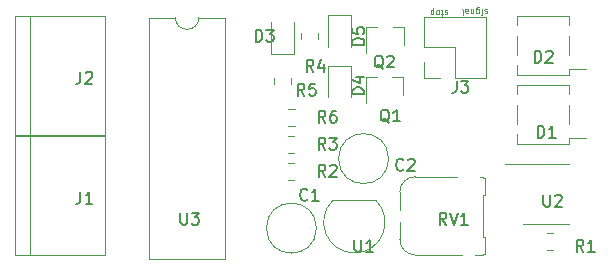
<source format=gbr>
%TF.GenerationSoftware,KiCad,Pcbnew,(5.1.6)-1*%
%TF.CreationDate,2021-01-10T15:05:27+01:00*%
%TF.ProjectId,trainCatcher,74726169-6e43-4617-9463-6865722e6b69,rev?*%
%TF.SameCoordinates,Original*%
%TF.FileFunction,Legend,Top*%
%TF.FilePolarity,Positive*%
%FSLAX46Y46*%
G04 Gerber Fmt 4.6, Leading zero omitted, Abs format (unit mm)*
G04 Created by KiCad (PCBNEW (5.1.6)-1) date 2021-01-10 15:05:27*
%MOMM*%
%LPD*%
G01*
G04 APERTURE LIST*
%ADD10C,0.076200*%
%ADD11C,0.120000*%
%ADD12C,0.150000*%
G04 APERTURE END LIST*
D10*
X148118285Y-149349580D02*
X148069904Y-149325390D01*
X147973142Y-149325390D01*
X147924761Y-149349580D01*
X147900571Y-149397961D01*
X147900571Y-149422152D01*
X147924761Y-149470533D01*
X147973142Y-149494723D01*
X148045714Y-149494723D01*
X148094095Y-149518914D01*
X148118285Y-149567295D01*
X148118285Y-149591485D01*
X148094095Y-149639866D01*
X148045714Y-149664057D01*
X147973142Y-149664057D01*
X147924761Y-149639866D01*
X147682857Y-149325390D02*
X147682857Y-149664057D01*
X147682857Y-149833390D02*
X147707047Y-149809200D01*
X147682857Y-149785009D01*
X147658666Y-149809200D01*
X147682857Y-149833390D01*
X147682857Y-149785009D01*
X147223238Y-149664057D02*
X147223238Y-149252819D01*
X147247428Y-149204438D01*
X147271619Y-149180247D01*
X147320000Y-149156057D01*
X147392571Y-149156057D01*
X147440952Y-149180247D01*
X147223238Y-149349580D02*
X147271619Y-149325390D01*
X147368380Y-149325390D01*
X147416761Y-149349580D01*
X147440952Y-149373771D01*
X147465142Y-149422152D01*
X147465142Y-149567295D01*
X147440952Y-149615676D01*
X147416761Y-149639866D01*
X147368380Y-149664057D01*
X147271619Y-149664057D01*
X147223238Y-149639866D01*
X146981333Y-149664057D02*
X146981333Y-149325390D01*
X146981333Y-149615676D02*
X146957142Y-149639866D01*
X146908761Y-149664057D01*
X146836190Y-149664057D01*
X146787809Y-149639866D01*
X146763619Y-149591485D01*
X146763619Y-149325390D01*
X146304000Y-149325390D02*
X146304000Y-149591485D01*
X146328190Y-149639866D01*
X146376571Y-149664057D01*
X146473333Y-149664057D01*
X146521714Y-149639866D01*
X146304000Y-149349580D02*
X146352380Y-149325390D01*
X146473333Y-149325390D01*
X146521714Y-149349580D01*
X146545904Y-149397961D01*
X146545904Y-149446342D01*
X146521714Y-149494723D01*
X146473333Y-149518914D01*
X146352380Y-149518914D01*
X146304000Y-149543104D01*
X145989523Y-149325390D02*
X146037904Y-149349580D01*
X146062095Y-149397961D01*
X146062095Y-149833390D01*
X144782419Y-149451180D02*
X144734038Y-149426990D01*
X144637276Y-149426990D01*
X144588895Y-149451180D01*
X144564704Y-149499561D01*
X144564704Y-149523752D01*
X144588895Y-149572133D01*
X144637276Y-149596323D01*
X144709847Y-149596323D01*
X144758228Y-149620514D01*
X144782419Y-149668895D01*
X144782419Y-149693085D01*
X144758228Y-149741466D01*
X144709847Y-149765657D01*
X144637276Y-149765657D01*
X144588895Y-149741466D01*
X144419561Y-149765657D02*
X144226038Y-149765657D01*
X144346990Y-149934990D02*
X144346990Y-149499561D01*
X144322800Y-149451180D01*
X144274419Y-149426990D01*
X144226038Y-149426990D01*
X143984133Y-149426990D02*
X144032514Y-149451180D01*
X144056704Y-149475371D01*
X144080895Y-149523752D01*
X144080895Y-149668895D01*
X144056704Y-149717276D01*
X144032514Y-149741466D01*
X143984133Y-149765657D01*
X143911561Y-149765657D01*
X143863180Y-149741466D01*
X143838990Y-149717276D01*
X143814800Y-149668895D01*
X143814800Y-149523752D01*
X143838990Y-149475371D01*
X143863180Y-149451180D01*
X143911561Y-149426990D01*
X143984133Y-149426990D01*
X143597085Y-149765657D02*
X143597085Y-149257657D01*
X143597085Y-149741466D02*
X143548704Y-149765657D01*
X143451942Y-149765657D01*
X143403561Y-149741466D01*
X143379371Y-149717276D01*
X143355180Y-149668895D01*
X143355180Y-149523752D01*
X143379371Y-149475371D01*
X143403561Y-149451180D01*
X143451942Y-149426990D01*
X143548704Y-149426990D01*
X143597085Y-149451180D01*
D11*
%TO.C,J3*%
X142815000Y-155190500D02*
X142815000Y-153860500D01*
X144145000Y-155190500D02*
X142815000Y-155190500D01*
X142815000Y-152590500D02*
X142815000Y-149990500D01*
X145415000Y-152590500D02*
X142815000Y-152590500D01*
X145415000Y-155190500D02*
X145415000Y-152590500D01*
X142815000Y-149990500D02*
X148015000Y-149990500D01*
X145415000Y-155190500D02*
X148015000Y-155190500D01*
X148015000Y-155190500D02*
X148015000Y-149990500D01*
%TO.C,D5*%
X134676000Y-149874500D02*
X134676000Y-152559500D01*
X136596000Y-149874500D02*
X134676000Y-149874500D01*
X136596000Y-152559500D02*
X136596000Y-149874500D01*
%TO.C,D4*%
X134676000Y-154129000D02*
X134676000Y-156814000D01*
X136596000Y-154129000D02*
X134676000Y-154129000D01*
X136596000Y-156814000D02*
X136596000Y-154129000D01*
%TO.C,Q2*%
X141087000Y-150894000D02*
X140157000Y-150894000D01*
X137927000Y-150894000D02*
X138857000Y-150894000D01*
X137927000Y-150894000D02*
X137927000Y-153054000D01*
X141087000Y-150894000D02*
X141087000Y-152354000D01*
%TO.C,Q1*%
X141026000Y-155116500D02*
X140096000Y-155116500D01*
X137866000Y-155116500D02*
X138796000Y-155116500D01*
X137866000Y-155116500D02*
X137866000Y-157276500D01*
X141026000Y-155116500D02*
X141026000Y-156576500D01*
%TO.C,RV1*%
X147768000Y-170148000D02*
X147078000Y-170148000D01*
X147768000Y-170048000D02*
X147768000Y-170148000D01*
X147768000Y-163528000D02*
X147518000Y-163528000D01*
X147768000Y-163628000D02*
X147768000Y-163528000D01*
X147968000Y-163628000D02*
X147768000Y-163628000D01*
X147768000Y-165048000D02*
X147968000Y-165048000D01*
X140748000Y-168838000D02*
X140748000Y-167348000D01*
X146038000Y-170148000D02*
X142058000Y-170148000D01*
X142058000Y-163528000D02*
X145598000Y-163528000D01*
X140748000Y-166328000D02*
X140748000Y-164838000D01*
X147968000Y-170048000D02*
X147768000Y-170048000D01*
X147968000Y-168628000D02*
X147968000Y-170048000D01*
X147768000Y-168628000D02*
X147968000Y-168628000D01*
X147768000Y-165048000D02*
X147768000Y-168628000D01*
X147968000Y-163628000D02*
X147968000Y-165048000D01*
X140748000Y-164838000D02*
G75*
G02*
X142058000Y-163528000I1310000J0D01*
G01*
X142058000Y-170148000D02*
G75*
G02*
X140748000Y-168838000I0J1310000D01*
G01*
%TO.C,U3*%
X121743000Y-150054000D02*
X119508000Y-150054000D01*
X119508000Y-150054000D02*
X119508000Y-170494000D01*
X119508000Y-170494000D02*
X125978000Y-170494000D01*
X125978000Y-170494000D02*
X125978000Y-150054000D01*
X125978000Y-150054000D02*
X123743000Y-150054000D01*
X123743000Y-150054000D02*
G75*
G02*
X121743000Y-150054000I-1000000J0D01*
G01*
%TO.C,D3*%
X129850000Y-150462500D02*
X129850000Y-153147500D01*
X129850000Y-153147500D02*
X131770000Y-153147500D01*
X131770000Y-153147500D02*
X131770000Y-150462500D01*
%TO.C,U2*%
X153097000Y-162413000D02*
X149647000Y-162413000D01*
X153097000Y-162413000D02*
X155047000Y-162413000D01*
X153097000Y-167533000D02*
X151147000Y-167533000D01*
X153097000Y-167533000D02*
X155047000Y-167533000D01*
%TO.C,D2*%
X155108000Y-149900000D02*
X155108000Y-150700000D01*
X150708000Y-149900000D02*
X155108000Y-149900000D01*
X150708000Y-150700000D02*
X150708000Y-149900000D01*
X150708000Y-154900000D02*
X155108000Y-154900000D01*
X150708000Y-154100000D02*
X150708000Y-154900000D01*
X155108000Y-153200000D02*
X155108000Y-151600000D01*
X150708000Y-153200000D02*
X150708000Y-151600000D01*
X155108000Y-154400000D02*
X156508000Y-154400000D01*
X155108000Y-154900000D02*
X155108000Y-154400000D01*
%TO.C,C2*%
X139800000Y-162000000D02*
G75*
G03*
X139800000Y-162000000I-2120000J0D01*
G01*
%TO.C,C1*%
X133692000Y-167882000D02*
G75*
G03*
X133692000Y-167882000I-2120000J0D01*
G01*
%TO.C,U1*%
X138706000Y-165536000D02*
X135106000Y-165536000D01*
X135067522Y-165547522D02*
G75*
G03*
X136906000Y-169986000I1838478J-1838478D01*
G01*
X138744478Y-165547522D02*
G75*
G02*
X136906000Y-169986000I-1838478J-1838478D01*
G01*
%TO.C,D1*%
X155081000Y-155742000D02*
X155081000Y-156542000D01*
X150681000Y-155742000D02*
X155081000Y-155742000D01*
X150681000Y-156542000D02*
X150681000Y-155742000D01*
X150681000Y-160742000D02*
X155081000Y-160742000D01*
X150681000Y-159942000D02*
X150681000Y-160742000D01*
X155081000Y-159042000D02*
X155081000Y-157442000D01*
X150681000Y-159042000D02*
X150681000Y-157442000D01*
X155081000Y-160242000D02*
X156481000Y-160242000D01*
X155081000Y-160742000D02*
X155081000Y-160242000D01*
%TO.C,J1*%
X109460000Y-170180000D02*
X109460000Y-160020000D01*
X108190000Y-170180000D02*
X115810000Y-170180000D01*
X115810000Y-170180000D02*
X115810000Y-160020000D01*
X115810000Y-160020000D02*
X108190000Y-160020000D01*
X108190000Y-160020000D02*
X108190000Y-170180000D01*
%TO.C,J2*%
X108190000Y-149916000D02*
X108190000Y-160076000D01*
X115810000Y-149916000D02*
X108190000Y-149916000D01*
X115810000Y-160076000D02*
X115810000Y-149916000D01*
X108190000Y-160076000D02*
X115810000Y-160076000D01*
X109460000Y-160076000D02*
X109460000Y-149916000D01*
%TO.C,R1*%
X153213748Y-168290000D02*
X153736252Y-168290000D01*
X153213748Y-169710000D02*
X153736252Y-169710000D01*
%TO.C,R2*%
X131824252Y-163778000D02*
X131301748Y-163778000D01*
X131824252Y-162358000D02*
X131301748Y-162358000D01*
%TO.C,R3*%
X131824252Y-160072000D02*
X131301748Y-160072000D01*
X131824252Y-161492000D02*
X131301748Y-161492000D01*
%TO.C,R4*%
X133806000Y-151890252D02*
X133806000Y-151367748D01*
X132386000Y-151890252D02*
X132386000Y-151367748D01*
%TO.C,R5*%
X131520000Y-155700252D02*
X131520000Y-155177748D01*
X130100000Y-155700252D02*
X130100000Y-155177748D01*
%TO.C,R6*%
X131319748Y-157786000D02*
X131842252Y-157786000D01*
X131319748Y-159206000D02*
X131842252Y-159206000D01*
%TO.C,J3*%
D12*
X145564266Y-155408380D02*
X145564266Y-156122666D01*
X145516647Y-156265523D01*
X145421409Y-156360761D01*
X145278552Y-156408380D01*
X145183314Y-156408380D01*
X145945219Y-155408380D02*
X146564266Y-155408380D01*
X146230933Y-155789333D01*
X146373790Y-155789333D01*
X146469028Y-155836952D01*
X146516647Y-155884571D01*
X146564266Y-155979809D01*
X146564266Y-156217904D01*
X146516647Y-156313142D01*
X146469028Y-156360761D01*
X146373790Y-156408380D01*
X146088076Y-156408380D01*
X145992838Y-156360761D01*
X145945219Y-156313142D01*
%TO.C,D5*%
X137738380Y-152376095D02*
X136738380Y-152376095D01*
X136738380Y-152138000D01*
X136786000Y-151995142D01*
X136881238Y-151899904D01*
X136976476Y-151852285D01*
X137166952Y-151804666D01*
X137309809Y-151804666D01*
X137500285Y-151852285D01*
X137595523Y-151899904D01*
X137690761Y-151995142D01*
X137738380Y-152138000D01*
X137738380Y-152376095D01*
X136738380Y-150899904D02*
X136738380Y-151376095D01*
X137214571Y-151423714D01*
X137166952Y-151376095D01*
X137119333Y-151280857D01*
X137119333Y-151042761D01*
X137166952Y-150947523D01*
X137214571Y-150899904D01*
X137309809Y-150852285D01*
X137547904Y-150852285D01*
X137643142Y-150899904D01*
X137690761Y-150947523D01*
X137738380Y-151042761D01*
X137738380Y-151280857D01*
X137690761Y-151376095D01*
X137643142Y-151423714D01*
%TO.C,D4*%
X137713980Y-156541695D02*
X136713980Y-156541695D01*
X136713980Y-156303600D01*
X136761600Y-156160742D01*
X136856838Y-156065504D01*
X136952076Y-156017885D01*
X137142552Y-155970266D01*
X137285409Y-155970266D01*
X137475885Y-156017885D01*
X137571123Y-156065504D01*
X137666361Y-156160742D01*
X137713980Y-156303600D01*
X137713980Y-156541695D01*
X137047314Y-155113123D02*
X137713980Y-155113123D01*
X136666361Y-155351219D02*
X137380647Y-155589314D01*
X137380647Y-154970266D01*
%TO.C,Q2*%
X139350761Y-154370019D02*
X139255523Y-154322400D01*
X139160285Y-154227161D01*
X139017428Y-154084304D01*
X138922190Y-154036685D01*
X138826952Y-154036685D01*
X138874571Y-154274780D02*
X138779333Y-154227161D01*
X138684095Y-154131923D01*
X138636476Y-153941447D01*
X138636476Y-153608114D01*
X138684095Y-153417638D01*
X138779333Y-153322400D01*
X138874571Y-153274780D01*
X139065047Y-153274780D01*
X139160285Y-153322400D01*
X139255523Y-153417638D01*
X139303142Y-153608114D01*
X139303142Y-153941447D01*
X139255523Y-154131923D01*
X139160285Y-154227161D01*
X139065047Y-154274780D01*
X138874571Y-154274780D01*
X139684095Y-153370019D02*
X139731714Y-153322400D01*
X139826952Y-153274780D01*
X140065047Y-153274780D01*
X140160285Y-153322400D01*
X140207904Y-153370019D01*
X140255523Y-153465257D01*
X140255523Y-153560495D01*
X140207904Y-153703352D01*
X139636476Y-154274780D01*
X140255523Y-154274780D01*
%TO.C,Q1*%
X139858761Y-158942019D02*
X139763523Y-158894400D01*
X139668285Y-158799161D01*
X139525428Y-158656304D01*
X139430190Y-158608685D01*
X139334952Y-158608685D01*
X139382571Y-158846780D02*
X139287333Y-158799161D01*
X139192095Y-158703923D01*
X139144476Y-158513447D01*
X139144476Y-158180114D01*
X139192095Y-157989638D01*
X139287333Y-157894400D01*
X139382571Y-157846780D01*
X139573047Y-157846780D01*
X139668285Y-157894400D01*
X139763523Y-157989638D01*
X139811142Y-158180114D01*
X139811142Y-158513447D01*
X139763523Y-158703923D01*
X139668285Y-158799161D01*
X139573047Y-158846780D01*
X139382571Y-158846780D01*
X140763523Y-158846780D02*
X140192095Y-158846780D01*
X140477809Y-158846780D02*
X140477809Y-157846780D01*
X140382571Y-157989638D01*
X140287333Y-158084876D01*
X140192095Y-158132495D01*
%TO.C,RV1*%
X144692761Y-167584380D02*
X144359428Y-167108190D01*
X144121333Y-167584380D02*
X144121333Y-166584380D01*
X144502285Y-166584380D01*
X144597523Y-166632000D01*
X144645142Y-166679619D01*
X144692761Y-166774857D01*
X144692761Y-166917714D01*
X144645142Y-167012952D01*
X144597523Y-167060571D01*
X144502285Y-167108190D01*
X144121333Y-167108190D01*
X144978476Y-166584380D02*
X145311809Y-167584380D01*
X145645142Y-166584380D01*
X146502285Y-167584380D02*
X145930857Y-167584380D01*
X146216571Y-167584380D02*
X146216571Y-166584380D01*
X146121333Y-166727238D01*
X146026095Y-166822476D01*
X145930857Y-166870095D01*
%TO.C,U3*%
X122174095Y-166584380D02*
X122174095Y-167393904D01*
X122221714Y-167489142D01*
X122269333Y-167536761D01*
X122364571Y-167584380D01*
X122555047Y-167584380D01*
X122650285Y-167536761D01*
X122697904Y-167489142D01*
X122745523Y-167393904D01*
X122745523Y-166584380D01*
X123126476Y-166584380D02*
X123745523Y-166584380D01*
X123412190Y-166965333D01*
X123555047Y-166965333D01*
X123650285Y-167012952D01*
X123697904Y-167060571D01*
X123745523Y-167155809D01*
X123745523Y-167393904D01*
X123697904Y-167489142D01*
X123650285Y-167536761D01*
X123555047Y-167584380D01*
X123269333Y-167584380D01*
X123174095Y-167536761D01*
X123126476Y-167489142D01*
%TO.C,D3*%
X128547904Y-152090380D02*
X128547904Y-151090380D01*
X128786000Y-151090380D01*
X128928857Y-151138000D01*
X129024095Y-151233238D01*
X129071714Y-151328476D01*
X129119333Y-151518952D01*
X129119333Y-151661809D01*
X129071714Y-151852285D01*
X129024095Y-151947523D01*
X128928857Y-152042761D01*
X128786000Y-152090380D01*
X128547904Y-152090380D01*
X129452666Y-151090380D02*
X130071714Y-151090380D01*
X129738380Y-151471333D01*
X129881238Y-151471333D01*
X129976476Y-151518952D01*
X130024095Y-151566571D01*
X130071714Y-151661809D01*
X130071714Y-151899904D01*
X130024095Y-151995142D01*
X129976476Y-152042761D01*
X129881238Y-152090380D01*
X129595523Y-152090380D01*
X129500285Y-152042761D01*
X129452666Y-151995142D01*
%TO.C,U2*%
X152908095Y-165060380D02*
X152908095Y-165869904D01*
X152955714Y-165965142D01*
X153003333Y-166012761D01*
X153098571Y-166060380D01*
X153289047Y-166060380D01*
X153384285Y-166012761D01*
X153431904Y-165965142D01*
X153479523Y-165869904D01*
X153479523Y-165060380D01*
X153908095Y-165155619D02*
X153955714Y-165108000D01*
X154050952Y-165060380D01*
X154289047Y-165060380D01*
X154384285Y-165108000D01*
X154431904Y-165155619D01*
X154479523Y-165250857D01*
X154479523Y-165346095D01*
X154431904Y-165488952D01*
X153860476Y-166060380D01*
X154479523Y-166060380D01*
%TO.C,D2*%
X152169904Y-153868380D02*
X152169904Y-152868380D01*
X152408000Y-152868380D01*
X152550857Y-152916000D01*
X152646095Y-153011238D01*
X152693714Y-153106476D01*
X152741333Y-153296952D01*
X152741333Y-153439809D01*
X152693714Y-153630285D01*
X152646095Y-153725523D01*
X152550857Y-153820761D01*
X152408000Y-153868380D01*
X152169904Y-153868380D01*
X153122285Y-152963619D02*
X153169904Y-152916000D01*
X153265142Y-152868380D01*
X153503238Y-152868380D01*
X153598476Y-152916000D01*
X153646095Y-152963619D01*
X153693714Y-153058857D01*
X153693714Y-153154095D01*
X153646095Y-153296952D01*
X153074666Y-153868380D01*
X153693714Y-153868380D01*
%TO.C,C2*%
X141057333Y-162917142D02*
X141009714Y-162964761D01*
X140866857Y-163012380D01*
X140771619Y-163012380D01*
X140628761Y-162964761D01*
X140533523Y-162869523D01*
X140485904Y-162774285D01*
X140438285Y-162583809D01*
X140438285Y-162440952D01*
X140485904Y-162250476D01*
X140533523Y-162155238D01*
X140628761Y-162060000D01*
X140771619Y-162012380D01*
X140866857Y-162012380D01*
X141009714Y-162060000D01*
X141057333Y-162107619D01*
X141438285Y-162107619D02*
X141485904Y-162060000D01*
X141581142Y-162012380D01*
X141819238Y-162012380D01*
X141914476Y-162060000D01*
X141962095Y-162107619D01*
X142009714Y-162202857D01*
X142009714Y-162298095D01*
X141962095Y-162440952D01*
X141390666Y-163012380D01*
X142009714Y-163012380D01*
%TO.C,C1*%
X132929333Y-165457142D02*
X132881714Y-165504761D01*
X132738857Y-165552380D01*
X132643619Y-165552380D01*
X132500761Y-165504761D01*
X132405523Y-165409523D01*
X132357904Y-165314285D01*
X132310285Y-165123809D01*
X132310285Y-164980952D01*
X132357904Y-164790476D01*
X132405523Y-164695238D01*
X132500761Y-164600000D01*
X132643619Y-164552380D01*
X132738857Y-164552380D01*
X132881714Y-164600000D01*
X132929333Y-164647619D01*
X133881714Y-165552380D02*
X133310285Y-165552380D01*
X133596000Y-165552380D02*
X133596000Y-164552380D01*
X133500761Y-164695238D01*
X133405523Y-164790476D01*
X133310285Y-164838095D01*
%TO.C,U1*%
X136906095Y-168870380D02*
X136906095Y-169679904D01*
X136953714Y-169775142D01*
X137001333Y-169822761D01*
X137096571Y-169870380D01*
X137287047Y-169870380D01*
X137382285Y-169822761D01*
X137429904Y-169775142D01*
X137477523Y-169679904D01*
X137477523Y-168870380D01*
X138477523Y-169870380D02*
X137906095Y-169870380D01*
X138191809Y-169870380D02*
X138191809Y-168870380D01*
X138096571Y-169013238D01*
X138001333Y-169108476D01*
X137906095Y-169156095D01*
%TO.C,D1*%
X152423904Y-160218380D02*
X152423904Y-159218380D01*
X152662000Y-159218380D01*
X152804857Y-159266000D01*
X152900095Y-159361238D01*
X152947714Y-159456476D01*
X152995333Y-159646952D01*
X152995333Y-159789809D01*
X152947714Y-159980285D01*
X152900095Y-160075523D01*
X152804857Y-160170761D01*
X152662000Y-160218380D01*
X152423904Y-160218380D01*
X153947714Y-160218380D02*
X153376285Y-160218380D01*
X153662000Y-160218380D02*
X153662000Y-159218380D01*
X153566761Y-159361238D01*
X153471523Y-159456476D01*
X153376285Y-159504095D01*
%TO.C,J1*%
X113712666Y-164806380D02*
X113712666Y-165520666D01*
X113665047Y-165663523D01*
X113569809Y-165758761D01*
X113426952Y-165806380D01*
X113331714Y-165806380D01*
X114712666Y-165806380D02*
X114141238Y-165806380D01*
X114426952Y-165806380D02*
X114426952Y-164806380D01*
X114331714Y-164949238D01*
X114236476Y-165044476D01*
X114141238Y-165092095D01*
%TO.C,J2*%
X113712666Y-154646380D02*
X113712666Y-155360666D01*
X113665047Y-155503523D01*
X113569809Y-155598761D01*
X113426952Y-155646380D01*
X113331714Y-155646380D01*
X114141238Y-154741619D02*
X114188857Y-154694000D01*
X114284095Y-154646380D01*
X114522190Y-154646380D01*
X114617428Y-154694000D01*
X114665047Y-154741619D01*
X114712666Y-154836857D01*
X114712666Y-154932095D01*
X114665047Y-155074952D01*
X114093619Y-155646380D01*
X114712666Y-155646380D01*
%TO.C,R1*%
X156297333Y-169870380D02*
X155964000Y-169394190D01*
X155725904Y-169870380D02*
X155725904Y-168870380D01*
X156106857Y-168870380D01*
X156202095Y-168918000D01*
X156249714Y-168965619D01*
X156297333Y-169060857D01*
X156297333Y-169203714D01*
X156249714Y-169298952D01*
X156202095Y-169346571D01*
X156106857Y-169394190D01*
X155725904Y-169394190D01*
X157249714Y-169870380D02*
X156678285Y-169870380D01*
X156964000Y-169870380D02*
X156964000Y-168870380D01*
X156868761Y-169013238D01*
X156773523Y-169108476D01*
X156678285Y-169156095D01*
%TO.C,R2*%
X134453333Y-163520380D02*
X134120000Y-163044190D01*
X133881904Y-163520380D02*
X133881904Y-162520380D01*
X134262857Y-162520380D01*
X134358095Y-162568000D01*
X134405714Y-162615619D01*
X134453333Y-162710857D01*
X134453333Y-162853714D01*
X134405714Y-162948952D01*
X134358095Y-162996571D01*
X134262857Y-163044190D01*
X133881904Y-163044190D01*
X134834285Y-162615619D02*
X134881904Y-162568000D01*
X134977142Y-162520380D01*
X135215238Y-162520380D01*
X135310476Y-162568000D01*
X135358095Y-162615619D01*
X135405714Y-162710857D01*
X135405714Y-162806095D01*
X135358095Y-162948952D01*
X134786666Y-163520380D01*
X135405714Y-163520380D01*
%TO.C,R3*%
X134453333Y-161234380D02*
X134120000Y-160758190D01*
X133881904Y-161234380D02*
X133881904Y-160234380D01*
X134262857Y-160234380D01*
X134358095Y-160282000D01*
X134405714Y-160329619D01*
X134453333Y-160424857D01*
X134453333Y-160567714D01*
X134405714Y-160662952D01*
X134358095Y-160710571D01*
X134262857Y-160758190D01*
X133881904Y-160758190D01*
X134786666Y-160234380D02*
X135405714Y-160234380D01*
X135072380Y-160615333D01*
X135215238Y-160615333D01*
X135310476Y-160662952D01*
X135358095Y-160710571D01*
X135405714Y-160805809D01*
X135405714Y-161043904D01*
X135358095Y-161139142D01*
X135310476Y-161186761D01*
X135215238Y-161234380D01*
X134929523Y-161234380D01*
X134834285Y-161186761D01*
X134786666Y-161139142D01*
%TO.C,R4*%
X133437333Y-154630380D02*
X133104000Y-154154190D01*
X132865904Y-154630380D02*
X132865904Y-153630380D01*
X133246857Y-153630380D01*
X133342095Y-153678000D01*
X133389714Y-153725619D01*
X133437333Y-153820857D01*
X133437333Y-153963714D01*
X133389714Y-154058952D01*
X133342095Y-154106571D01*
X133246857Y-154154190D01*
X132865904Y-154154190D01*
X134294476Y-153963714D02*
X134294476Y-154630380D01*
X134056380Y-153582761D02*
X133818285Y-154297047D01*
X134437333Y-154297047D01*
%TO.C,R5*%
X132675333Y-156662380D02*
X132342000Y-156186190D01*
X132103904Y-156662380D02*
X132103904Y-155662380D01*
X132484857Y-155662380D01*
X132580095Y-155710000D01*
X132627714Y-155757619D01*
X132675333Y-155852857D01*
X132675333Y-155995714D01*
X132627714Y-156090952D01*
X132580095Y-156138571D01*
X132484857Y-156186190D01*
X132103904Y-156186190D01*
X133580095Y-155662380D02*
X133103904Y-155662380D01*
X133056285Y-156138571D01*
X133103904Y-156090952D01*
X133199142Y-156043333D01*
X133437238Y-156043333D01*
X133532476Y-156090952D01*
X133580095Y-156138571D01*
X133627714Y-156233809D01*
X133627714Y-156471904D01*
X133580095Y-156567142D01*
X133532476Y-156614761D01*
X133437238Y-156662380D01*
X133199142Y-156662380D01*
X133103904Y-156614761D01*
X133056285Y-156567142D01*
%TO.C,R6*%
X134453333Y-158948380D02*
X134120000Y-158472190D01*
X133881904Y-158948380D02*
X133881904Y-157948380D01*
X134262857Y-157948380D01*
X134358095Y-157996000D01*
X134405714Y-158043619D01*
X134453333Y-158138857D01*
X134453333Y-158281714D01*
X134405714Y-158376952D01*
X134358095Y-158424571D01*
X134262857Y-158472190D01*
X133881904Y-158472190D01*
X135310476Y-157948380D02*
X135120000Y-157948380D01*
X135024761Y-157996000D01*
X134977142Y-158043619D01*
X134881904Y-158186476D01*
X134834285Y-158376952D01*
X134834285Y-158757904D01*
X134881904Y-158853142D01*
X134929523Y-158900761D01*
X135024761Y-158948380D01*
X135215238Y-158948380D01*
X135310476Y-158900761D01*
X135358095Y-158853142D01*
X135405714Y-158757904D01*
X135405714Y-158519809D01*
X135358095Y-158424571D01*
X135310476Y-158376952D01*
X135215238Y-158329333D01*
X135024761Y-158329333D01*
X134929523Y-158376952D01*
X134881904Y-158424571D01*
X134834285Y-158519809D01*
%TD*%
M02*

</source>
